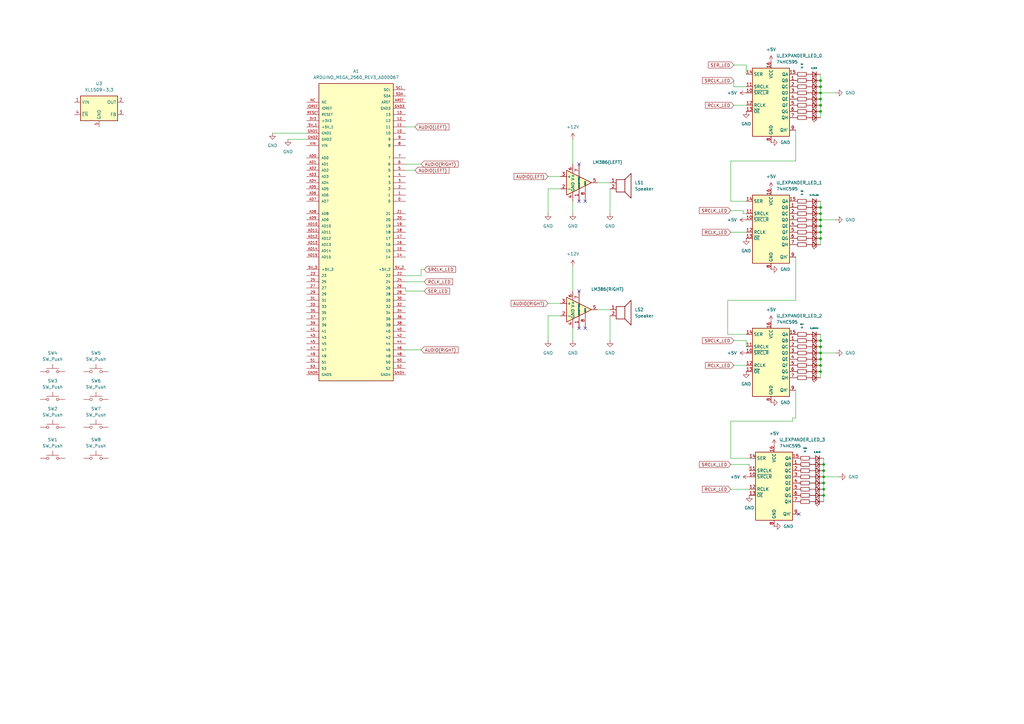
<source format=kicad_sch>
(kicad_sch (version 20250114) (generator "eeschema") (generator_version "9.0")
  (paper "A3")
  (lib_symbols
    (symbol "74xx:74HC595"
      (property "Reference" "U" (at -7.62 13.97 0))
      (property "Value" "74HC595" (at -7.62 -16.51 0))
      (symbol "74HC595_1_0"
        (pin input line (at -10.16 10.16 0) (length 2.54) (name "SER") (number "14"))
        (pin input line (at -10.16 5.08 0) (length 2.54) (name "SRCLK") (number "11"))
        (pin input line (at -10.16 2.54 0) (length 2.54) (name "~{SRCLR}") (number "10"))
        (pin input line (at -10.16 -2.54 0) (length 2.54) (name "RCLK") (number "12"))
        (pin input line (at -10.16 -5.08 0) (length 2.54) (name "~{OE}") (number "13"))
        (pin power_in line (at 0 15.24 270) (length 2.54) (name "VCC") (number "16"))
        (pin power_in line (at 0 -17.78 90) (length 2.54) (name "GND") (number "8"))
        (pin tri_state line (at 10.16 10.16 180) (length 2.54) (name "QA") (number "15"))
        (pin tri_state line (at 10.16 7.62 180) (length 2.54) (name "QB") (number "1"))
        (pin tri_state line (at 10.16 5.08 180) (length 2.54) (name "QC") (number "2"))
        (pin tri_state line (at 10.16 2.54 180) (length 2.54) (name "QD") (number "3"))
        (pin tri_state line (at 10.16 0 180) (length 2.54) (name "QE") (number "4"))
        (pin tri_state line (at 10.16 -2.54 180) (length 2.54) (name "QF") (number "5"))
        (pin tri_state line (at 10.16 -5.08 180) (length 2.54) (name "QG") (number "6"))
        (pin tri_state line (at 10.16 -7.62 180) (length 2.54) (name "QH") (number "7"))
        (pin output line (at 10.16 -12.7 180) (length 2.54) (name "QH'") (number "9"))
      )
      (symbol "74HC595_1_1"
        (rectangle (start -7.62 12.7) (end 7.62 -15.24) (stroke (width 0.254)) (fill (type background)))
      )
    )
    (symbol "ARDUINO_MEGA_2560_REV3_A000067:ARDUINO_MEGA_2560_REV3_A000067" (pin_names (offset 1.016))
      (property "Reference" "A" (at -15.24 61.595 0))
      (property "Value" "ARDUINO_MEGA_2560_REV3_A000067" (at -15.24 -63.5 0))
      (symbol "ARDUINO_MEGA_2560_REV3_A000067_0_0"
        (rectangle (start -15.24 -60.96) (end 15.24 60.96) (stroke (width 0.254)) (fill (type background)))
        (pin passive line (at -20.32 53.34 0) (length 5.08) (name "NC") (number "NC"))
        (pin passive line (at -20.32 50.8 0) (length 5.08) (name "IOREF") (number "IOREF"))
        (pin passive line (at -20.32 48.26 0) (length 5.08) (name "RESET") (number "RESET"))
        (pin passive line (at -20.32 45.72 0) (length 5.08) (name "+3V3") (number "3V3"))
        (pin passive line (at -20.32 43.18 0) (length 5.08) (name "+5V_1") (number "5V_1"))
        (pin passive line (at -20.32 40.64 0) (length 5.08) (name "GND1") (number "GND1"))
        (pin passive line (at -20.32 38.1 0) (length 5.08) (name "GND2") (number "GND2"))
        (pin passive line (at -20.32 35.56 0) (length 5.08) (name "VIN") (number "VIN"))
        (pin passive line (at -20.32 30.48 0) (length 5.08) (name "AD0") (number "AD0"))
        (pin passive line (at -20.32 27.94 0) (length 5.08) (name "AD1") (number "AD1"))
        (pin passive line (at -20.32 25.4 0) (length 5.08) (name "AD2") (number "AD2"))
        (pin passive line (at -20.32 22.86 0) (length 5.08) (name "AD3") (number "AD3"))
        (pin passive line (at -20.32 20.32 0) (length 5.08) (name "AD4") (number "AD4"))
        (pin passive line (at -20.32 17.78 0) (length 5.08) (name "AD5") (number "AD5"))
        (pin passive line (at -20.32 15.24 0) (length 5.08) (name "AD6") (number "AD6"))
        (pin passive line (at -20.32 12.7 0) (length 5.08) (name "AD7") (number "AD7"))
        (pin passive line (at -20.32 7.62 0) (length 5.08) (name "AD8") (number "AD8"))
        (pin passive line (at -20.32 5.08 0) (length 5.08) (name "AD9") (number "AD9"))
        (pin passive line (at -20.32 2.54 0) (length 5.08) (name "AD10") (number "AD10"))
        (pin passive line (at -20.32 0 0) (length 5.08) (name "AD11") (number "AD11"))
        (pin passive line (at -20.32 -2.54 0) (length 5.08) (name "AD12") (number "AD12"))
        (pin passive line (at -20.32 -5.08 0) (length 5.08) (name "AD13") (number "AD13"))
        (pin passive line (at -20.32 -7.62 0) (length 5.08) (name "AD14") (number "AD14"))
        (pin passive line (at -20.32 -10.16 0) (length 5.08) (name "AD15") (number "AD15"))
        (pin passive line (at -20.32 -15.24 0) (length 5.08) (name "+5V_3") (number "5V_3"))
        (pin passive line (at -20.32 -17.78 0) (length 5.08) (name "23") (number "23"))
        (pin passive line (at -20.32 -20.32 0) (length 5.08) (name "25") (number "25"))
        (pin passive line (at -20.32 -22.86 0) (length 5.08) (name "27") (number "27"))
        (pin passive line (at -20.32 -25.4 0) (length 5.08) (name "29") (number "29"))
        (pin passive line (at -20.32 -27.94 0) (length 5.08) (name "31") (number "31"))
        (pin passive line (at -20.32 -30.48 0) (length 5.08) (name "33") (number "33"))
        (pin passive line (at -20.32 -33.02 0) (length 5.08) (name "35") (number "35"))
        (pin passive line (at -20.32 -35.56 0) (length 5.08) (name "37") (number "37"))
        (pin passive line (at -20.32 -38.1 0) (length 5.08) (name "39") (number "39"))
        (pin passive line (at -20.32 -40.64 0) (length 5.08) (name "41") (number "41"))
        (pin passive line (at -20.32 -43.18 0) (length 5.08) (name "43") (number "43"))
        (pin passive line (at -20.32 -45.72 0) (length 5.08) (name "45") (number "45"))
        (pin passive line (at -20.32 -48.26 0) (length 5.08) (name "47") (number "47"))
        (pin passive line (at -20.32 -50.8 0) (length 5.08) (name "49") (number "49"))
        (pin passive line (at -20.32 -53.34 0) (length 5.08) (name "51") (number "51"))
        (pin passive line (at -20.32 -55.88 0) (length 5.08) (name "53") (number "53"))
        (pin passive line (at -20.32 -58.42 0) (length 5.08) (name "GND5") (number "GND5"))
        (pin passive line (at 20.32 58.42 180) (length 5.08) (name "SCL") (number "SCL"))
        (pin passive line (at 20.32 55.88 180) (length 5.08) (name "SDA") (number "SDA"))
        (pin passive line (at 20.32 53.34 180) (length 5.08) (name "AREF") (number "AREF"))
        (pin passive line (at 20.32 50.8 180) (length 5.08) (name "GND3") (number "GND3"))
        (pin passive line (at 20.32 48.26 180) (length 5.08) (name "13") (number "13"))
        (pin passive line (at 20.32 45.72 180) (length 5.08) (name "12") (number "12"))
        (pin passive line (at 20.32 43.18 180) (length 5.08) (name "11") (number "11"))
        (pin passive line (at 20.32 40.64 180) (length 5.08) (name "10") (number "10"))
        (pin passive line (at 20.32 38.1 180) (length 5.08) (name "9") (number "9"))
        (pin passive line (at 20.32 35.56 180) (length 5.08) (name "8") (number "8"))
        (pin passive line (at 20.32 30.48 180) (length 5.08) (name "7") (number "7"))
        (pin passive line (at 20.32 27.94 180) (length 5.08) (name "6") (number "6"))
        (pin passive line (at 20.32 25.4 180) (length 5.08) (name "5") (number "5"))
        (pin passive line (at 20.32 22.86 180) (length 5.08) (name "4") (number "4"))
        (pin passive line (at 20.32 20.32 180) (length 5.08) (name "3") (number "3"))
        (pin passive line (at 20.32 17.78 180) (length 5.08) (name "2") (number "2"))
        (pin passive line (at 20.32 15.24 180) (length 5.08) (name "1") (number "1"))
        (pin passive line (at 20.32 12.7 180) (length 5.08) (name "0") (number "0"))
        (pin passive line (at 20.32 7.62 180) (length 5.08) (name "21") (number "21"))
        (pin passive line (at 20.32 5.08 180) (length 5.08) (name "20") (number "20"))
        (pin passive line (at 20.32 2.54 180) (length 5.08) (name "19") (number "19"))
        (pin passive line (at 20.32 0 180) (length 5.08) (name "18") (number "18"))
        (pin passive line (at 20.32 -2.54 180) (length 5.08) (name "17") (number "17"))
        (pin passive line (at 20.32 -5.08 180) (length 5.08) (name "16") (number "16"))
        (pin passive line (at 20.32 -7.62 180) (length 5.08) (name "15") (number "15"))
        (pin passive line (at 20.32 -10.16 180) (length 5.08) (name "14") (number "14"))
        (pin passive line (at 20.32 -15.24 180) (length 5.08) (name "+5V_2") (number "5V_2"))
        (pin passive line (at 20.32 -17.78 180) (length 5.08) (name "22") (number "22"))
        (pin passive line (at 20.32 -20.32 180) (length 5.08) (name "24") (number "24"))
        (pin passive line (at 20.32 -22.86 180) (length 5.08) (name "26") (number "26"))
        (pin passive line (at 20.32 -25.4 180) (length 5.08) (name "28") (number "28"))
        (pin passive line (at 20.32 -27.94 180) (length 5.08) (name "30") (number "30"))
        (pin passive line (at 20.32 -30.48 180) (length 5.08) (name "32") (number "32"))
        (pin passive line (at 20.32 -33.02 180) (length 5.08) (name "34") (number "34"))
        (pin passive line (at 20.32 -35.56 180) (length 5.08) (name "36") (number "36"))
        (pin passive line (at 20.32 -38.1 180) (length 5.08) (name "38") (number "38"))
        (pin passive line (at 20.32 -40.64 180) (length 5.08) (name "40") (number "40"))
        (pin passive line (at 20.32 -43.18 180) (length 5.08) (name "42") (number "42"))
        (pin passive line (at 20.32 -45.72 180) (length 5.08) (name "44") (number "44"))
        (pin passive line (at 20.32 -48.26 180) (length 5.08) (name "46") (number "46"))
        (pin passive line (at 20.32 -50.8 180) (length 5.08) (name "48") (number "48"))
        (pin passive line (at 20.32 -53.34 180) (length 5.08) (name "50") (number "50"))
        (pin passive line (at 20.32 -55.88 180) (length 5.08) (name "52") (number "52"))
        (pin passive line (at 20.32 -58.42 180) (length 5.08) (name "GND4") (number "GND4"))
      )
    )
    (symbol "Amplifier_Audio:LM386" (pin_names (offset 0.127))
      (property "Reference" "U" (at 1.27 7.62 0))
      (property "Value" "LM386" (at 1.27 5.08 0))
      (symbol "LM386_0_1"
        (polyline (pts (xy 5.08 0) (xy -5.08 5.08) (xy -5.08 -5.08) (xy 5.08 0)) (stroke (width 0.254)) (fill (type background)))
      )
      (symbol "LM386_1_1"
        (pin input line (at -7.62 2.54 0) (length 2.54) (name "+") (number "3"))
        (pin input line (at -7.62 -2.54 0) (length 2.54) (name "-") (number "2"))
        (pin power_in line (at -2.54 7.62 270) (length 3.81) (name "V+") (number "6"))
        (pin power_in line (at -2.54 -7.62 90) (length 3.81) (name "GND") (number "4"))
        (pin input line (at 0 7.62 270) (length 5.08) (name "BYPASS") (number "7"))
        (pin input line (at 0 -7.62 90) (length 5.08) (name "GAIN") (number "1"))
        (pin input line (at 2.54 -7.62 90) (length 6.35) (name "GAIN") (number "8"))
        (pin output line (at 7.62 0 180) (length 2.54) (name "~") (number "5"))
      )
    )
    (symbol "Device:LED_Small" (pin_numbers (hide yes)) (pin_names (offset 0.254) (hide yes))
      (property "Reference" "D" (at -1.27 3.175 0))
      (property "Value" "LED_Small" (at -4.445 -2.54 0))
      (symbol "LED_Small_0_1"
        (polyline (pts (xy -0.762 -1.016) (xy -0.762 1.016)) (stroke (width 0.254)))
        (polyline (pts (xy 0 0.762) (xy -0.508 1.27) (xy -0.254 1.27) (xy -0.508 1.27) (xy -0.508 1.016)))
        (polyline (pts (xy 0.508 1.27) (xy 0 1.778) (xy 0.254 1.778) (xy 0 1.778) (xy 0 1.524)))
        (polyline (pts (xy 0.762 -1.016) (xy -0.762 0) (xy 0.762 1.016) (xy 0.762 -1.016)) (stroke (width 0.254)))
        (polyline (pts (xy 1.016 0) (xy -0.762 0)))
      )
      (symbol "LED_Small_1_1"
        (pin passive line (at -2.54 0 0) (length 1.778) (name "K") (number "1"))
        (pin passive line (at 2.54 0 180) (length 1.778) (name "A") (number "2"))
      )
    )
    (symbol "Device:R_Small" (pin_numbers (hide yes)) (pin_names (offset 0.254) (hide yes))
      (property "Reference" "R" (at 0 0 90))
      (property "Value" "R_Small" (at 1.778 0 90))
      (symbol "R_Small_0_1"
        (rectangle (start -0.762 1.778) (end 0.762 -1.778) (stroke (width 0.2032)))
      )
      (symbol "R_Small_1_1"
        (pin passive line (at 0 2.54 270) (length 0.762) (name "~") (number "1"))
        (pin passive line (at 0 -2.54 90) (length 0.762) (name "~") (number "2"))
      )
    )
    (symbol "Device:Speaker" (pin_names (offset 0) (hide yes))
      (property "Reference" "LS" (at 1.27 5.715 0))
      (property "Value" "Speaker" (at 1.27 3.81 0))
      (symbol "Speaker_0_0"
        (rectangle (start -2.54 1.27) (end 1.016 -3.81) (stroke (width 0.254)))
        (polyline (pts (xy 1.016 1.27) (xy 3.556 3.81) (xy 3.556 -6.35) (xy 1.016 -3.81)) (stroke (width 0.254)))
      )
      (symbol "Speaker_1_1"
        (pin input line (at -5.08 0 0) (length 2.54) (name "1") (number "1"))
        (pin input line (at -5.08 -2.54 0) (length 2.54) (name "2") (number "2"))
      )
    )
    (symbol "Regulator_Switching:XL1509-3.3"
      (property "Reference" "U" (at -7.112 6.096 0))
      (property "Value" "XL1509-3.3" (at 5.842 6.096 0))
      (symbol "XL1509-3.3_0_1"
        (rectangle (start -7.62 5.08) (end 7.62 -5.08) (stroke (width 0.254)) (fill (type background)))
      )
      (symbol "XL1509-3.3_1_1"
        (pin power_in line (at -10.16 2.54 0) (length 2.54) (name "VIN") (number "1"))
        (pin input line (at -10.16 -2.54 0) (length 2.54) (name "~{EN}") (number "4"))
        (pin power_in line (at 0 -7.62 90) (length 2.54) (name "GND") (number "5"))
        (pin passive line (at 0 -7.62 90) (length 2.54) (hide yes) (name "GND") (number "6"))
        (pin passive line (at 0 -7.62 90) (length 2.54) (hide yes) (name "GND") (number "7"))
        (pin passive line (at 0 -7.62 90) (length 2.54) (hide yes) (name "GND") (number "8"))
        (pin power_out line (at 10.16 2.54 180) (length 2.54) (name "OUT") (number "2"))
        (pin input line (at 10.16 -2.54 180) (length 2.54) (name "FB") (number "3"))
      )
    )
    (symbol "Switch:SW_Push" (pin_numbers (hide yes)) (pin_names (offset 1.016) (hide yes))
      (property "Reference" "SW" (at 1.27 2.54 0))
      (property "Value" "SW_Push" (at 0 -1.524 0))
      (symbol "SW_Push_0_1"
        (circle (center -2.032 0) (radius 0.508))
        (polyline (pts (xy 0 1.27) (xy 0 3.048)))
        (circle (center 2.032 0) (radius 0.508))
        (polyline (pts (xy 2.54 1.27) (xy -2.54 1.27)))
        (pin passive line (at -5.08 0 0) (length 2.54) (name "1") (number "1"))
        (pin passive line (at 5.08 0 180) (length 2.54) (name "2") (number "2"))
      )
    )
    (symbol "power:+12V" (power) (pin_numbers (hide yes)) (pin_names (offset 0) (hide yes))
      (property "Value" "+12V" (at 0 3.556 0))
      (symbol "+12V_0_1"
        (polyline (pts (xy -0.762 1.27) (xy 0 2.54)))
        (polyline (pts (xy 0 2.54) (xy 0.762 1.27)))
        (polyline (pts (xy 0 0) (xy 0 2.54)))
      )
      (symbol "+12V_1_1"
        (pin power_in line (at 0 0 90) (length 0) (name "~") (number "1"))
      )
    )
    (symbol "power:+5V" (power) (pin_numbers (hide yes)) (pin_names (offset 0) (hide yes))
      (property "Value" "+5V" (at 0 3.556 0))
      (symbol "+5V_0_1"
        (polyline (pts (xy -0.762 1.27) (xy 0 2.54)))
        (polyline (pts (xy 0 2.54) (xy 0.762 1.27)))
        (polyline (pts (xy 0 0) (xy 0 2.54)))
      )
      (symbol "+5V_1_1"
        (pin power_in line (at 0 0 90) (length 0) (name "~") (number "1"))
      )
    )
    (symbol "power:GND" (power) (pin_numbers (hide yes)) (pin_names (offset 0) (hide yes))
      (property "Value" "GND" (at 0 -3.81 0))
      (symbol "GND_0_1"
        (polyline (pts (xy 0 0) (xy 0 -1.27) (xy 1.27 -1.27) (xy 0 -2.54) (xy -1.27 -1.27) (xy 0 -1.27)))
      )
      (symbol "GND_1_1"
        (pin power_in line (at 0 0 270) (length 0) (name "~") (number "1"))
      )
    )
  )
  (junction (at 336.55 90.17))
  (junction (at 337.82 198.12))
  (junction (at 336.55 152.4))
  (junction (at 336.55 85.09))
  (junction (at 336.55 40.64))
  (junction (at 337.82 203.2))
  (junction (at 337.82 193.04))
  (junction (at 336.55 142.24))
  (junction (at 337.82 190.5))
  (junction (at 336.55 147.32))
  (junction (at 337.82 195.58))
  (junction (at 336.55 87.63))
  (junction (at 336.55 38.1))
  (junction (at 336.55 144.78))
  (junction (at 336.55 45.72))
  (junction (at 336.55 33.02))
  (junction (at 336.55 92.71))
  (junction (at 337.82 200.66))
  (junction (at 336.55 139.7))
  (junction (at 336.55 149.86))
  (junction (at 336.55 95.25))
  (junction (at 336.55 43.18))
  (junction (at 336.55 97.79))
  (junction (at 336.55 35.56))
  (no_connect (at 327.66 210.82))
  (no_connect (at 240.03 134.62))
  (no_connect (at 237.49 67.31))
  (no_connect (at 240.03 82.55))
  (no_connect (at 237.49 134.62))
  (no_connect (at 237.49 82.55))
  (no_connect (at 237.49 119.38))
  (wire (pts (xy 326.39 66.04) (xy 299.72 66.04)))
  (wire (pts (xy 336.55 40.64) (xy 336.55 43.18)))
  (wire (pts (xy 336.55 35.56) (xy 336.55 38.1)))
  (wire (pts (xy 325.12 171.45) (xy 326.39 171.45)))
  (wire (pts (xy 326.39 171.45) (xy 326.39 160.02)))
  (wire (pts (xy 245.11 74.93) (xy 250.19 74.93)))
  (wire (pts (xy 229.87 77.47) (xy 224.79 77.47)))
  (wire (pts (xy 298.45 137.16) (xy 306.07 137.16)))
  (wire (pts (xy 336.55 152.4) (xy 336.55 154.94)))
  (wire (pts (xy 336.55 82.55) (xy 336.55 85.09)))
  (wire (pts (xy 245.11 127) (xy 250.19 127)))
  (wire (pts (xy 111.76 54.61) (xy 125.73 54.61)))
  (wire (pts (xy 337.82 198.12) (xy 337.82 200.66)))
  (wire (pts (xy 336.55 45.72) (xy 336.55 48.26)))
  (wire (pts (xy 166.37 67.31) (xy 172.72 67.31)))
  (wire (pts (xy 300.99 43.18) (xy 306.07 43.18)))
  (wire (pts (xy 300.99 149.86) (xy 306.07 149.86)))
  (wire (pts (xy 326.39 105.41) (xy 326.39 123.19)))
  (wire (pts (xy 118.11 57.15) (xy 125.73 57.15)))
  (wire (pts (xy 172.72 113.03) (xy 166.37 113.03)))
  (wire (pts (xy 166.37 143.51) (xy 172.72 143.51)))
  (wire (pts (xy 299.72 190.5) (xy 307.34 190.5)))
  (wire (pts (xy 298.45 123.19) (xy 298.45 137.16)))
  (wire (pts (xy 337.82 203.2) (xy 337.82 205.74)))
  (wire (pts (xy 304.8 86.36) (xy 304.8 87.63)))
  (wire (pts (xy 304.8 87.63) (xy 306.07 87.63)))
  (wire (pts (xy 336.55 33.02) (xy 336.55 35.56)))
  (wire (pts (xy 300.99 26.67) (xy 306.07 26.67)))
  (wire (pts (xy 306.07 139.7) (xy 306.07 142.24)))
  (wire (pts (xy 337.82 187.96) (xy 337.82 190.5)))
  (wire (pts (xy 336.55 85.09) (xy 336.55 87.63)))
  (wire (pts (xy 173.99 110.49) (xy 172.72 110.49)))
  (wire (pts (xy 336.55 92.71) (xy 336.55 95.25)))
  (wire (pts (xy 336.55 144.78) (xy 336.55 147.32)))
  (wire (pts (xy 300.99 139.7) (xy 306.07 139.7)))
  (wire (pts (xy 234.95 57.15) (xy 234.95 67.31)))
  (wire (pts (xy 336.55 38.1) (xy 336.55 40.64)))
  (wire (pts (xy 307.34 190.5) (xy 307.34 193.04)))
  (wire (pts (xy 234.95 134.62) (xy 234.95 139.7)))
  (wire (pts (xy 336.55 38.1) (xy 342.9 38.1)))
  (wire (pts (xy 336.55 90.17) (xy 342.9 90.17)))
  (wire (pts (xy 299.72 66.04) (xy 299.72 82.55)))
  (wire (pts (xy 326.39 53.34) (xy 326.39 66.04)))
  (wire (pts (xy 234.95 82.55) (xy 234.95 87.63)))
  (wire (pts (xy 306.07 26.67) (xy 306.07 30.48)))
  (wire (pts (xy 336.55 90.17) (xy 336.55 92.71)))
  (wire (pts (xy 336.55 147.32) (xy 336.55 149.86)))
  (wire (pts (xy 336.55 43.18) (xy 336.55 45.72)))
  (wire (pts (xy 336.55 142.24) (xy 336.55 144.78)))
  (wire (pts (xy 224.79 129.54) (xy 224.79 139.7)))
  (wire (pts (xy 337.82 200.66) (xy 337.82 203.2)))
  (wire (pts (xy 299.72 86.36) (xy 304.8 86.36)))
  (wire (pts (xy 250.19 129.54) (xy 250.19 139.7)))
  (wire (pts (xy 326.39 123.19) (xy 298.45 123.19)))
  (wire (pts (xy 336.55 95.25) (xy 336.55 97.79)))
  (wire (pts (xy 172.72 110.49) (xy 172.72 113.03)))
  (wire (pts (xy 173.99 115.57) (xy 166.37 115.57)))
  (wire (pts (xy 166.37 69.85) (xy 170.18 69.85)))
  (wire (pts (xy 250.19 77.47) (xy 250.19 87.63)))
  (wire (pts (xy 325.12 171.45) (xy 325.12 172.72)))
  (wire (pts (xy 229.87 129.54) (xy 224.79 129.54)))
  (wire (pts (xy 336.55 139.7) (xy 336.55 142.24)))
  (wire (pts (xy 299.72 82.55) (xy 306.07 82.55)))
  (wire (pts (xy 224.79 124.46) (xy 229.87 124.46)))
  (wire (pts (xy 299.72 200.66) (xy 307.34 200.66)))
  (wire (pts (xy 336.55 144.78) (xy 342.9 144.78)))
  (wire (pts (xy 336.55 30.48) (xy 336.55 33.02)))
  (wire (pts (xy 337.82 193.04) (xy 337.82 195.58)))
  (wire (pts (xy 337.82 195.58) (xy 344.17 195.58)))
  (wire (pts (xy 299.72 187.96) (xy 307.34 187.96)))
  (wire (pts (xy 234.95 109.22) (xy 234.95 119.38)))
  (wire (pts (xy 166.37 119.38) (xy 166.37 118.11)))
  (wire (pts (xy 299.72 172.72) (xy 299.72 187.96)))
  (wire (pts (xy 300.99 35.56) (xy 306.07 35.56)))
  (wire (pts (xy 337.82 190.5) (xy 337.82 193.04)))
  (wire (pts (xy 336.55 137.16) (xy 336.55 139.7)))
  (wire (pts (xy 166.37 52.07) (xy 170.18 52.07)))
  (wire (pts (xy 337.82 195.58) (xy 337.82 198.12)))
  (wire (pts (xy 299.72 95.25) (xy 306.07 95.25)))
  (wire (pts (xy 224.79 77.47) (xy 224.79 87.63)))
  (wire (pts (xy 336.55 97.79) (xy 336.55 100.33)))
  (wire (pts (xy 300.99 33.02) (xy 300.99 35.56)))
  (wire (pts (xy 224.79 72.39) (xy 229.87 72.39)))
  (wire (pts (xy 173.99 119.38) (xy 166.37 119.38)))
  (wire (pts (xy 336.55 149.86) (xy 336.55 152.4)))
  (wire (pts (xy 336.55 87.63) (xy 336.55 90.17)))
  (wire (pts (xy 325.12 172.72) (xy 299.72 172.72)))
  (global_label "SRCLK_LED" (shape input) (at 300.99 139.7 180) (property "Intersheetrefs" "${INTERSHEET_REFS}" (effects (hide yes))))
  (global_label "AUDIO(RIGHT)" (shape input) (at 172.72 67.31 0) (property "Intersheetrefs" "${INTERSHEET_REFS}" (effects (hide yes))))
  (global_label "AUDIO(RIGHT)" (shape input) (at 172.72 143.51 0) (property "Intersheetrefs" "${INTERSHEET_REFS}" (effects (hide yes))))
  (global_label "SER_LED" (shape input) (at 300.99 26.67 180) (property "Intersheetrefs" "${INTERSHEET_REFS}" (effects (hide yes))))
  (global_label "AUDIO(LEFT)" (shape input) (at 170.18 52.07 0) (property "Intersheetrefs" "${INTERSHEET_REFS}" (effects (hide yes))))
  (global_label "RCLK_LED" (shape input) (at 300.99 43.18 180) (property "Intersheetrefs" "${INTERSHEET_REFS}" (effects (hide yes))))
  (global_label "SRCLK_LED" (shape input) (at 173.99 110.49 0) (property "Intersheetrefs" "${INTERSHEET_REFS}" (effects (hide yes))))
  (global_label "AUDIO(LEFT)" (shape input) (at 224.79 72.39 180) (property "Intersheetrefs" "${INTERSHEET_REFS}" (effects (hide yes))))
  (global_label "RCLK_LED" (shape input) (at 299.72 200.66 180) (property "Intersheetrefs" "${INTERSHEET_REFS}" (effects (hide yes))))
  (global_label "SRCLK_LED" (shape input) (at 299.72 86.36 180) (property "Intersheetrefs" "${INTERSHEET_REFS}" (effects (hide yes))))
  (global_label "SER_LED" (shape input) (at 173.99 119.38 0) (property "Intersheetrefs" "${INTERSHEET_REFS}" (effects (hide yes))))
  (global_label "SRCLK_LED" (shape input) (at 299.72 190.5 180) (property "Intersheetrefs" "${INTERSHEET_REFS}" (effects (hide yes))))
  (global_label "SRCLK_LED" (shape input) (at 300.99 33.02 180) (property "Intersheetrefs" "${INTERSHEET_REFS}" (effects (hide yes))))
  (global_label "RCLK_LED" (shape input) (at 173.99 115.57 0) (property "Intersheetrefs" "${INTERSHEET_REFS}" (effects (hide yes))))
  (global_label "AUDIO(LEFT)" (shape input) (at 170.18 69.85 0) (property "Intersheetrefs" "${INTERSHEET_REFS}" (effects (hide yes))))
  (global_label "RCLK_LED" (shape input) (at 299.72 95.25 180) (property "Intersheetrefs" "${INTERSHEET_REFS}" (effects (hide yes))))
  (global_label "AUDIO(RIGHT)" (shape input) (at 224.79 124.46 180) (property "Intersheetrefs" "${INTERSHEET_REFS}" (effects (hide yes))))
  (global_label "RCLK_LED" (shape input) (at 300.99 149.86 180) (property "Intersheetrefs" "${INTERSHEET_REFS}" (effects (hide yes))))
  (symbol (lib_id "power:GND") (at 317.5 215.9 90) (unit 1)
    (property "Reference" "#PWR015" (effects (hide yes)))
    (property "Value" "GND" (at 321.31 215.8999 90) (effects (justify right)))
    (property "Description" "Power symbol creates a global label with name \"GND\" , ground" (effects (hide yes)))
  )
  (symbol (lib_id "Device:LED_Small") (at 334.01 45.72 180) (unit 1)
    (property "Reference" "D_RED6" (effects (hide yes)))
    (property "Value" "LED_Small" (effects (hide yes)))
    (property "Description" "Light emitting diode, small symbol" (effects (hide yes)))
    (property "Sim.Pin" "1=K 2=A" (effects (hide yes)))
  )
  (symbol (lib_id "Device:R_Small") (at 328.93 149.86 90) (unit 1)
    (property "Reference" "R22" (effects (hide yes)))
    (property "Value" "1K" (effects (hide yes)))
    (property "Description" "Resistor, small symbol" (effects (hide yes)))
  )
  (symbol (lib_id "Device:R_Small") (at 328.93 85.09 90) (unit 1)
    (property "Reference" "R10" (effects (hide yes)))
    (property "Value" "1K" (effects (hide yes)))
    (property "Description" "Resistor, small symbol" (effects (hide yes)))
  )
  (symbol (lib_id "power:GND") (at 342.9 90.17 90) (unit 1)
    (property "Reference" "#PWR012" (effects (hide yes)))
    (property "Value" "GND" (at 346.71 90.1699 90) (effects (justify right)))
    (property "Description" "Power symbol creates a global label with name \"GND\" , ground" (effects (hide yes)))
  )
  (symbol (lib_id "74xx:74HC595") (at 316.23 40.64 0) (unit 1)
    (property "Reference" "U_EXPANDER_LED_0" (at 318.3733 22.86 0) (effects (justify left)))
    (property "Value" "74HC595" (at 318.3733 25.4 0) (effects (justify left)))
    (property "Datasheet" "http://www.ti.com/lit/ds/symlink/sn74hc595.pdf" (effects (hide yes)))
    (property "Description" "8-bit serial in/out Shift Register 3-State Outputs" (effects (hide yes)))
  )
  (symbol (lib_id "Device:R_Small") (at 328.93 43.18 90) (unit 1)
    (property "Reference" "R6" (effects (hide yes)))
    (property "Value" "1K" (effects (hide yes)))
    (property "Description" "Resistor, small symbol" (effects (hide yes)))
  )
  (symbol (lib_id "Device:R_Small") (at 328.93 154.94 90) (unit 1)
    (property "Reference" "R24" (effects (hide yes)))
    (property "Value" "1K" (effects (hide yes)))
    (property "Description" "Resistor, small symbol" (effects (hide yes)))
  )
  (symbol (lib_id "Device:LED_Small") (at 334.01 147.32 180) (unit 1)
    (property "Reference" "D_GREEN4" (effects (hide yes)))
    (property "Value" "LED_Small" (effects (hide yes)))
    (property "Description" "Light emitting diode, small symbol" (effects (hide yes)))
    (property "Sim.Pin" "1=K 2=A" (effects (hide yes)))
  )
  (symbol (lib_id "Switch:SW_Push") (at 21.59 175.26 0) (unit 1)
    (property "Reference" "SW2" (at 21.59 167.64 0))
    (property "Value" "SW_Push" (at 21.59 170.18 0))
    (property "Description" "Push button switch, generic, two pins" (effects (hide yes)))
  )
  (symbol (lib_id "Amplifier_Audio:LM386") (at 237.49 127 0) (unit 1)
    (property "Reference" "U2" (effects (hide yes)))
    (property "Value" "LM386(RIGHT)" (at 249.174 118.618 0))
    (property "Datasheet" "http://www.ti.com/lit/ds/symlink/lm386.pdf" (effects (hide yes)))
    (property "Description" "Low Voltage Audio Power Amplifier, DIP-8/SOIC-8/SSOP-8" (effects (hide yes)))
  )
  (symbol (lib_id "Device:R_Small") (at 328.93 97.79 90) (unit 1)
    (property "Reference" "R15" (effects (hide yes)))
    (property "Value" "1K" (effects (hide yes)))
    (property "Description" "Resistor, small symbol" (effects (hide yes)))
  )
  (symbol (lib_id "Switch:SW_Push") (at 39.37 163.83 0) (unit 1)
    (property "Reference" "SW6" (at 39.37 156.21 0))
    (property "Value" "SW_Push" (at 39.37 158.75 0))
    (property "Description" "Push button switch, generic, two pins" (effects (hide yes)))
  )
  (symbol (lib_id "Device:LED_Small") (at 335.28 195.58 180) (unit 1)
    (property "Reference" "D_BLUE3" (effects (hide yes)))
    (property "Value" "LED_Small" (effects (hide yes)))
    (property "Description" "Light emitting diode, small symbol" (effects (hide yes)))
    (property "Sim.Pin" "1=K 2=A" (effects (hide yes)))
  )
  (symbol (lib_id "power:GND") (at 224.79 87.63 0) (unit 1)
    (property "Reference" "#PWR02" (effects (hide yes)))
    (property "Value" "GND" (at 224.79 92.71 0))
    (property "Description" "Power symbol creates a global label with name \"GND\" , ground" (effects (hide yes)))
  )
  (symbol (lib_id "power:GND") (at 118.11 57.15 0) (unit 1)
    (property "Reference" "#PWR010" (effects (hide yes)))
    (property "Value" "GND" (at 118.11 62.23 0))
    (property "Description" "Power symbol creates a global label with name \"GND\" , ground" (effects (hide yes)))
  )
  (symbol (lib_id "Device:R_Small") (at 328.93 82.55 90) (unit 1)
    (property "Reference" "R9" (at 328.93 78.74 90) (effects (font (size 0.508 0.508)) (justify top)))
    (property "Value" "1K" (at 328.93 80.01 90) (effects (font (size 0.508 0.508)) (justify top)))
    (property "Description" "Resistor, small symbol" (effects (hide yes)))
  )
  (symbol (lib_id "power:+12V") (at 234.95 57.15 0) (unit 1)
    (property "Reference" "#PWR04" (effects (hide yes)))
    (property "Value" "+12V" (at 234.95 52.07 0))
    (property "Description" "Power symbol creates a global label with name \"+12V\"" (effects (hide yes)))
  )
  (symbol (lib_id "Device:LED_Small") (at 334.01 152.4 180) (unit 1)
    (property "Reference" "D_GREEN6" (effects (hide yes)))
    (property "Value" "LED_Small" (effects (hide yes)))
    (property "Description" "Light emitting diode, small symbol" (effects (hide yes)))
    (property "Sim.Pin" "1=K 2=A" (effects (hide yes)))
  )
  (symbol (lib_id "power:+5V") (at 316.23 77.47 0) (unit 1)
    (property "Reference" "#PWR024" (effects (hide yes)))
    (property "Value" "+5V" (at 316.23 72.39 0))
    (property "Description" "Power symbol creates a global label with name \"+5V\"" (effects (hide yes)))
  )
  (symbol (lib_id "power:+5V") (at 317.5 182.88 0) (unit 1)
    (property "Reference" "#PWR026" (effects (hide yes)))
    (property "Value" "+5V" (at 317.5 177.8 0))
    (property "Description" "Power symbol creates a global label with name \"+5V\"" (effects (hide yes)))
  )
  (symbol (lib_id "power:+5V") (at 306.07 38.1 90) (unit 1)
    (property "Reference" "#PWR029" (effects (hide yes)))
    (property "Value" "+5V" (at 302.26 38.0999 90) (effects (justify left)))
    (property "Description" "Power symbol creates a global label with name \"+5V\"" (effects (hide yes)))
  )
  (symbol (lib_id "power:+5V") (at 306.07 144.78 90) (unit 1)
    (property "Reference" "#PWR027" (effects (hide yes)))
    (property "Value" "+5V" (at 302.26 144.7799 90) (effects (justify left)))
    (property "Description" "Power symbol creates a global label with name \"+5V\"" (effects (hide yes)))
  )
  (symbol (lib_id "Device:LED_Small") (at 335.28 190.5 180) (unit 1)
    (property "Reference" "D_BLUE1" (effects (hide yes)))
    (property "Value" "LED_Small" (effects (hide yes)))
    (property "Description" "Light emitting diode, small symbol" (effects (hide yes)))
    (property "Sim.Pin" "1=K 2=A" (effects (hide yes)))
  )
  (symbol (lib_id "power:GND") (at 316.23 58.42 90) (unit 1)
    (property "Reference" "#PWR018" (effects (hide yes)))
    (property "Value" "GND" (at 320.04 58.4199 90) (effects (justify right)))
    (property "Description" "Power symbol creates a global label with name \"GND\" , ground" (effects (hide yes)))
  )
  (symbol (lib_id "power:GND") (at 250.19 139.7 0) (unit 1)
    (property "Reference" "#PWR08" (effects (hide yes)))
    (property "Value" "GND" (at 250.19 144.78 0))
    (property "Description" "Power symbol creates a global label with name \"GND\" , ground" (effects (hide yes)))
  )
  (symbol (lib_id "Device:Speaker") (at 255.27 127 0) (unit 1)
    (property "Reference" "LS2" (at 260.35 126.9999 0) (effects (justify left)))
    (property "Value" "Speaker" (at 260.35 129.5399 0) (effects (justify left)))
    (property "Description" "Speaker" (effects (hide yes)))
  )
  (symbol (lib_id "Device:R_Small") (at 328.93 147.32 90) (unit 1)
    (property "Reference" "R21" (effects (hide yes)))
    (property "Value" "1K" (effects (hide yes)))
    (property "Description" "Resistor, small symbol" (effects (hide yes)))
  )
  (symbol (lib_id "Device:LED_Small") (at 335.28 203.2 180) (unit 1)
    (property "Reference" "D_BLUE6" (effects (hide yes)))
    (property "Value" "LED_Small" (effects (hide yes)))
    (property "Description" "Light emitting diode, small symbol" (effects (hide yes)))
    (property "Sim.Pin" "1=K 2=A" (effects (hide yes)))
  )
  (symbol (lib_id "power:GND") (at 250.19 87.63 0) (unit 1)
    (property "Reference" "#PWR01" (effects (hide yes)))
    (property "Value" "GND" (at 250.19 92.71 0))
    (property "Description" "Power symbol creates a global label with name \"GND\" , ground" (effects (hide yes)))
  )
  (symbol (lib_id "Device:LED_Small") (at 335.28 198.12 180) (unit 1)
    (property "Reference" "D_BLUE4" (effects (hide yes)))
    (property "Value" "LED_Small" (effects (hide yes)))
    (property "Description" "Light emitting diode, small symbol" (effects (hide yes)))
    (property "Sim.Pin" "1=K 2=A" (effects (hide yes)))
  )
  (symbol (lib_id "Device:LED_Small") (at 334.01 40.64 180) (unit 1)
    (property "Reference" "D_RED4" (effects (hide yes)))
    (property "Value" "LED_Small" (effects (hide yes)))
    (property "Description" "Light emitting diode, small symbol" (effects (hide yes)))
    (property "Sim.Pin" "1=K 2=A" (effects (hide yes)))
  )
  (symbol (lib_id "power:+5V") (at 316.23 25.4 0) (unit 1)
    (property "Reference" "#PWR023" (effects (hide yes)))
    (property "Value" "+5V" (at 316.23 20.32 0))
    (property "Description" "Power symbol creates a global label with name \"+5V\"" (effects (hide yes)))
  )
  (symbol (lib_id "Device:R_Small") (at 328.93 35.56 90) (unit 1)
    (property "Reference" "R3" (effects (hide yes)))
    (property "Value" "1K" (effects (hide yes)))
    (property "Description" "Resistor, small symbol" (effects (hide yes)))
  )
  (symbol (lib_id "Switch:SW_Push") (at 21.59 163.83 0) (unit 1)
    (property "Reference" "SW3" (at 21.59 156.21 0))
    (property "Value" "SW_Push" (at 21.59 158.75 0))
    (property "Description" "Push button switch, generic, two pins" (effects (hide yes)))
  )
  (symbol (lib_id "Device:LED_Small") (at 334.01 30.48 180) (unit 1)
    (property "Reference" "D_RED" (at 333.9465 27.94 0) (effects (font (size 0.508 0.508))))
    (property "Value" "LED_Small" (effects (hide yes)))
    (property "Description" "Light emitting diode, small symbol" (effects (hide yes)))
    (property "Sim.Pin" "1=K 2=A" (effects (hide yes)))
  )
  (symbol (lib_id "power:+12V") (at 234.95 109.22 0) (unit 1)
    (property "Reference" "#PWR06" (effects (hide yes)))
    (property "Value" "+12V" (at 234.95 104.14 0))
    (property "Description" "Power symbol creates a global label with name \"+12V\"" (effects (hide yes)))
  )
  (symbol (lib_id "Device:LED_Small") (at 334.01 35.56 180) (unit 1)
    (property "Reference" "D_RED2" (effects (hide yes)))
    (property "Value" "LED_Small" (effects (hide yes)))
    (property "Description" "Light emitting diode, small symbol" (effects (hide yes)))
    (property "Sim.Pin" "1=K 2=A" (effects (hide yes)))
  )
  (symbol (lib_id "Device:LED_Small") (at 334.01 92.71 180) (unit 1)
    (property "Reference" "D_YELLOW4" (effects (hide yes)))
    (property "Value" "LED_Small" (effects (hide yes)))
    (property "Description" "Light emitting diode, small symbol" (effects (hide yes)))
    (property "Sim.Pin" "1=K 2=A" (effects (hide yes)))
  )
  (symbol (lib_id "power:GND") (at 234.95 139.7 0) (unit 1)
    (property "Reference" "#PWR07" (effects (hide yes)))
    (property "Value" "GND" (at 234.95 144.78 0))
    (property "Description" "Power symbol creates a global label with name \"GND\" , ground" (effects (hide yes)))
  )
  (symbol (lib_id "ARDUINO_MEGA_2560_REV3_A000067:ARDUINO_MEGA_2560_REV3_A000067") (at 146.05 95.25 0) (unit 1)
    (property "Reference" "A1" (at 146.05 29.21 0))
    (property "Value" "ARDUINO_MEGA_2560_REV3_A000067" (at 146.05 31.75 0))
    (property "Footprint" "ARDUINO_MEGA_2560_REV3_A000067:ARDUINO_ARDUINO_MEGA_2560_REV3_A000067" (effects (hide yes)))
    (property "MF" "Arduino" (effects (hide yes)))
    (property "Description_1" "ATmega2560 Arduino Mega2560 AVR® ATmega AVR MCU 8-Bit Embedded Evaluation Board" (effects (hide yes)))
    (property "Package" "Non-Standard Arduino" (effects (hide yes)))
    (property "Price" "None" (effects (hide yes)))
    (property "Check_prices" "https://www.snapeda.com/parts/ARDUINO%20MEGA%202560%20REV3%20%7C%20A000067/Arduino/view-part/?ref=eda" (effects (hide yes)))
    (property "STANDARD" "Manufacturer Recommendations" (effects (hide yes)))
    (property "PARTREV" "3" (effects (hide yes)))
    (property "SnapEDA_Link" "https://www.snapeda.com/parts/ARDUINO%20MEGA%202560%20REV3%20%7C%20A000067/Arduino/view-part/?ref=snap" (effects (hide yes)))
    (property "MP" "ARDUINO MEGA 2560 REV3 | A000067" (effects (hide yes)))
    (property "MANUFACTURER" "Arduino" (effects (hide yes)))
    (property "Availability" "Not in stock" (effects (hide yes)))
    (property "SNAPEDA_PN" "ARDUINO MEGA 2560 REV3 | A000067" (effects (hide yes)))
  )
  (symbol (lib_id "Device:LED_Small") (at 334.01 43.18 180) (unit 1)
    (property "Reference" "D_RED5" (effects (hide yes)))
    (property "Value" "LED_Small" (effects (hide yes)))
    (property "Description" "Light emitting diode, small symbol" (effects (hide yes)))
    (property "Sim.Pin" "1=K 2=A" (effects (hide yes)))
  )
  (symbol (lib_id "Device:R_Small") (at 328.93 142.24 90) (unit 1)
    (property "Reference" "R19" (effects (hide yes)))
    (property "Value" "1K" (effects (hide yes)))
    (property "Description" "Resistor, small symbol" (effects (hide yes)))
  )
  (symbol (lib_id "Device:LED_Small") (at 334.01 95.25 180) (unit 1)
    (property "Reference" "D_YELLOW5" (effects (hide yes)))
    (property "Value" "LED_Small" (effects (hide yes)))
    (property "Description" "Light emitting diode, small symbol" (effects (hide yes)))
    (property "Sim.Pin" "1=K 2=A" (effects (hide yes)))
  )
  (symbol (lib_id "Device:R_Small") (at 328.93 33.02 90) (unit 1)
    (property "Reference" "R2" (effects (hide yes)))
    (property "Value" "1K" (effects (hide yes)))
    (property "Description" "Resistor, small symbol" (effects (hide yes)))
  )
  (symbol (lib_id "Device:R_Small") (at 330.2 205.74 90) (unit 1)
    (property "Reference" "R32" (effects (hide yes)))
    (property "Value" "1K" (effects (hide yes)))
    (property "Description" "Resistor, small symbol" (effects (hide yes)))
  )
  (symbol (lib_id "power:GND") (at 306.07 152.4 0) (unit 1)
    (property "Reference" "#PWR021" (effects (hide yes)))
    (property "Value" "GND" (at 306.07 157.48 0))
    (property "Description" "Power symbol creates a global label with name \"GND\" , ground" (effects (hide yes)))
  )
  (symbol (lib_id "Switch:SW_Push") (at 39.37 175.26 0) (unit 1)
    (property "Reference" "SW7" (at 39.37 167.64 0))
    (property "Value" "SW_Push" (at 39.37 170.18 0))
    (property "Description" "Push button switch, generic, two pins" (effects (hide yes)))
  )
  (symbol (lib_id "Switch:SW_Push") (at 39.37 187.96 0) (unit 1)
    (property "Reference" "SW8" (at 39.37 180.34 0))
    (property "Value" "SW_Push" (at 39.37 182.88 0))
    (property "Description" "Push button switch, generic, two pins" (effects (hide yes)))
  )
  (symbol (lib_id "power:GND") (at 306.07 97.79 0) (unit 1)
    (property "Reference" "#PWR020" (effects (hide yes)))
    (property "Value" "GND" (at 306.07 102.87 0))
    (property "Description" "Power symbol creates a global label with name \"GND\" , ground" (effects (hide yes)))
  )
  (symbol (lib_id "Device:R_Small") (at 330.2 195.58 90) (unit 1)
    (property "Reference" "R28" (effects (hide yes)))
    (property "Value" "1K" (effects (hide yes)))
    (property "Description" "Resistor, small symbol" (effects (hide yes)))
  )
  (symbol (lib_id "power:GND") (at 224.79 139.7 0) (unit 1)
    (property "Reference" "#PWR05" (effects (hide yes)))
    (property "Value" "GND" (at 224.79 144.78 0))
    (property "Description" "Power symbol creates a global label with name \"GND\" , ground" (effects (hide yes)))
  )
  (symbol (lib_id "Device:R_Small") (at 328.93 45.72 90) (unit 1)
    (property "Reference" "R7" (effects (hide yes)))
    (property "Value" "1K" (effects (hide yes)))
    (property "Description" "Resistor, small symbol" (effects (hide yes)))
  )
  (symbol (lib_id "Device:R_Small") (at 328.93 100.33 90) (unit 1)
    (property "Reference" "R16" (effects (hide yes)))
    (property "Value" "1K" (effects (hide yes)))
    (property "Description" "Resistor, small symbol" (effects (hide yes)))
  )
  (symbol (lib_id "74xx:74HC595") (at 316.23 92.71 0) (unit 1)
    (property "Reference" "U_EXPANDER_LED_1" (at 318.3733 74.93 0) (effects (justify left)))
    (property "Value" "74HC595" (at 318.3733 77.47 0) (effects (justify left)))
    (property "Datasheet" "http://www.ti.com/lit/ds/symlink/sn74hc595.pdf" (effects (hide yes)))
    (property "Description" "8-bit serial in/out Shift Register 3-State Outputs" (effects (hide yes)))
  )
  (symbol (lib_id "74xx:74HC595") (at 316.23 147.32 0) (unit 1)
    (property "Reference" "U_EXPANDER_LED_2" (at 318.3733 129.54 0) (effects (justify left)))
    (property "Value" "74HC595" (at 318.3733 132.08 0) (effects (justify left)))
    (property "Datasheet" "http://www.ti.com/lit/ds/symlink/sn74hc595.pdf" (effects (hide yes)))
    (property "Description" "8-bit serial in/out Shift Register 3-State Outputs" (effects (hide yes)))
  )
  (symbol (lib_id "Device:R_Small") (at 328.93 92.71 90) (unit 1)
    (property "Reference" "R13" (effects (hide yes)))
    (property "Value" "1K" (effects (hide yes)))
    (property "Description" "Resistor, small symbol" (effects (hide yes)))
  )
  (symbol (lib_id "power:GND") (at 344.17 195.58 90) (unit 1)
    (property "Reference" "#PWR014" (effects (hide yes)))
    (property "Value" "GND" (at 347.98 195.5799 90) (effects (justify right)))
    (property "Description" "Power symbol creates a global label with name \"GND\" , ground" (effects (hide yes)))
  )
  (symbol (lib_id "power:GND") (at 306.07 45.72 0) (unit 1)
    (property "Reference" "#PWR019" (effects (hide yes)))
    (property "Value" "GND" (at 306.07 50.8 0))
    (property "Description" "Power symbol creates a global label with name \"GND\" , ground" (effects (hide yes)))
  )
  (symbol (lib_id "Device:R_Small") (at 328.93 40.64 90) (unit 1)
    (property "Reference" "R5" (effects (hide yes)))
    (property "Value" "1K" (effects (hide yes)))
    (property "Description" "Resistor, small symbol" (effects (hide yes)))
  )
  (symbol (lib_id "Device:R_Small") (at 328.93 48.26 90) (unit 1)
    (property "Reference" "R8" (effects (hide yes)))
    (property "Value" "1K" (effects (hide yes)))
    (property "Description" "Resistor, small symbol" (effects (hide yes)))
  )
  (symbol (lib_id "74xx:74HC595") (at 317.5 198.12 0) (unit 1)
    (property "Reference" "U_EXPANDER_LED_3" (at 319.6433 180.34 0) (effects (justify left)))
    (property "Value" "74HC595" (at 319.6433 182.88 0) (effects (justify left)))
    (property "Datasheet" "http://www.ti.com/lit/ds/symlink/sn74hc595.pdf" (effects (hide yes)))
    (property "Description" "8-bit serial in/out Shift Register 3-State Outputs" (effects (hide yes)))
  )
  (symbol (lib_id "Device:LED_Small") (at 334.01 33.02 180) (unit 1)
    (property "Reference" "D_RED1" (effects (hide yes)))
    (property "Value" "LED_Small" (effects (hide yes)))
    (property "Description" "Light emitting diode, small symbol" (effects (hide yes)))
    (property "Sim.Pin" "1=K 2=A" (effects (hide yes)))
  )
  (symbol (lib_id "Device:LED_Small") (at 334.01 139.7 180) (unit 1)
    (property "Reference" "D_GREEN1" (effects (hide yes)))
    (property "Value" "LED_Small" (effects (hide yes)))
    (property "Description" "Light emitting diode, small symbol" (effects (hide yes)))
    (property "Sim.Pin" "1=K 2=A" (effects (hide yes)))
  )
  (symbol (lib_id "Device:R_Small") (at 328.93 152.4 90) (unit 1)
    (property "Reference" "R23" (effects (hide yes)))
    (property "Value" "1K" (effects (hide yes)))
    (property "Description" "Resistor, small symbol" (effects (hide yes)))
  )
  (symbol (lib_id "Regulator_Switching:XL1509-3.3") (at 40.64 44.45 0) (unit 1)
    (property "Reference" "U3" (at 40.64 34.29 0))
    (property "Value" "XL1509-3.3" (at 40.64 36.83 0))
    (property "Footprint" "Package_SO:SOIC-8_3.9x4.9mm_P1.27mm" (effects (hide yes)))
    (property "Datasheet" "https://datasheet.lcsc.com/lcsc/1809050422_XLSEMI-XL1509-5-0E1_C61063.pdf" (effects (hide yes)))
    (property "Description" "Buck DC/DC Converter, 2A, 3.3V Output Voltage, 4.5-40V Input Voltage" (effects (hide yes)))
  )
  (symbol (lib_id "Device:R_Small") (at 330.2 200.66 90) (unit 1)
    (property "Reference" "R30" (effects (hide yes)))
    (property "Value" "1K" (effects (hide yes)))
    (property "Description" "Resistor, small symbol" (effects (hide yes)))
  )
  (symbol (lib_id "power:+5V") (at 316.23 132.08 0) (unit 1)
    (property "Reference" "#PWR025" (effects (hide yes)))
    (property "Value" "+5V" (at 316.23 127 0))
    (property "Description" "Power symbol creates a global label with name \"+5V\"" (effects (hide yes)))
  )
  (symbol (lib_id "Device:R_Small") (at 328.93 90.17 90) (unit 1)
    (property "Reference" "R12" (effects (hide yes)))
    (property "Value" "1K" (effects (hide yes)))
    (property "Description" "Resistor, small symbol" (effects (hide yes)))
  )
  (symbol (lib_id "Device:R_Small") (at 328.93 139.7 90) (unit 1)
    (property "Reference" "R18" (effects (hide yes)))
    (property "Value" "1K" (effects (hide yes)))
    (property "Description" "Resistor, small symbol" (effects (hide yes)))
  )
  (symbol (lib_id "Device:R_Small") (at 328.93 38.1 90) (unit 1)
    (property "Reference" "R4" (effects (hide yes)))
    (property "Value" "1K" (effects (hide yes)))
    (property "Description" "Resistor, small symbol" (effects (hide yes)))
  )
  (symbol (lib_id "Device:R_Small") (at 328.93 30.48 90) (unit 1)
    (property "Reference" "R1" (at 328.93 26.67 90) (effects (font (size 0.508 0.508)) (justify top)))
    (property "Value" "1K" (at 328.93 27.94 90) (effects (font (size 0.508 0.508)) (justify top)))
    (property "Description" "Resistor, small symbol" (effects (hide yes)))
  )
  (symbol (lib_id "Device:R_Small") (at 328.93 144.78 90) (unit 1)
    (property "Reference" "R20" (effects (hide yes)))
    (property "Value" "1K" (effects (hide yes)))
    (property "Description" "Resistor, small symbol" (effects (hide yes)))
  )
  (symbol (lib_id "power:GND") (at 316.23 165.1 90) (unit 1)
    (property "Reference" "#PWR016" (effects (hide yes)))
    (property "Value" "GND" (at 320.04 165.0999 90) (effects (justify right)))
    (property "Description" "Power symbol creates a global label with name \"GND\" , ground" (effects (hide yes)))
  )
  (symbol (lib_id "Switch:SW_Push") (at 21.59 187.96 0) (unit 1)
    (property "Reference" "SW1" (at 21.59 180.34 0))
    (property "Value" "SW_Push" (at 21.59 182.88 0))
    (property "Description" "Push button switch, generic, two pins" (effects (hide yes)))
  )
  (symbol (lib_id "Switch:SW_Push") (at 21.59 152.4 0) (unit 1)
    (property "Reference" "SW4" (at 21.59 144.78 0))
    (property "Value" "SW_Push" (at 21.59 147.32 0))
    (property "Description" "Push button switch, generic, two pins" (effects (hide yes)))
  )
  (symbol (lib_id "Device:LED_Small") (at 334.01 85.09 180) (unit 1)
    (property "Reference" "D_YELLOW1" (effects (hide yes)))
    (property "Value" "LED_Small" (effects (hide yes)))
    (property "Description" "Light emitting diode, small symbol" (effects (hide yes)))
    (property "Sim.Pin" "1=K 2=A" (effects (hide yes)))
  )
  (symbol (lib_id "Device:R_Small") (at 328.93 137.16 90) (unit 1)
    (property "Reference" "R17" (at 328.93 133.35 90) (effects (font (size 0.508 0.508)) (justify top)))
    (property "Value" "1K" (at 328.93 134.62 90) (effects (font (size 0.508 0.508)) (justify top)))
    (property "Description" "Resistor, small symbol" (effects (hide yes)))
  )
  (symbol (lib_id "Device:LED_Small") (at 335.28 193.04 180) (unit 1)
    (property "Reference" "D_BLUE2" (effects (hide yes)))
    (property "Value" "LED_Small" (effects (hide yes)))
    (property "Description" "Light emitting diode, small symbol" (effects (hide yes)))
    (property "Sim.Pin" "1=K 2=A" (effects (hide yes)))
  )
  (symbol (lib_id "power:+5V") (at 306.07 90.17 90) (unit 1)
    (property "Reference" "#PWR028" (effects (hide yes)))
    (property "Value" "+5V" (at 302.26 90.1699 90) (effects (justify left)))
    (property "Description" "Power symbol creates a global label with name \"+5V\"" (effects (hide yes)))
  )
  (symbol (lib_id "Device:LED_Small") (at 334.01 154.94 180) (unit 1)
    (property "Reference" "D_GREEN7" (effects (hide yes)))
    (property "Value" "LED_Small" (effects (hide yes)))
    (property "Description" "Light emitting diode, small symbol" (effects (hide yes)))
    (property "Sim.Pin" "1=K 2=A" (effects (hide yes)))
  )
  (symbol (lib_id "power:GND") (at 234.95 87.63 0) (unit 1)
    (property "Reference" "#PWR03" (effects (hide yes)))
    (property "Value" "GND" (at 234.95 92.71 0))
    (property "Description" "Power symbol creates a global label with name \"GND\" , ground" (effects (hide yes)))
  )
  (symbol (lib_id "Device:LED_Small") (at 334.01 90.17 180) (unit 1)
    (property "Reference" "D_YELLOW3" (effects (hide yes)))
    (property "Value" "LED_Small" (effects (hide yes)))
    (property "Description" "Light emitting diode, small symbol" (effects (hide yes)))
    (property "Sim.Pin" "1=K 2=A" (effects (hide yes)))
  )
  (symbol (lib_id "power:GND") (at 342.9 38.1 90) (unit 1)
    (property "Reference" "#PWR011" (effects (hide yes)))
    (property "Value" "GND" (at 346.71 38.0999 90) (effects (justify right)))
    (property "Description" "Power symbol creates a global label with name \"GND\" , ground" (effects (hide yes)))
  )
  (symbol (lib_id "Device:LED_Small") (at 334.01 38.1 180) (unit 1)
    (property "Reference" "D_RED3" (effects (hide yes)))
    (property "Value" "LED_Small" (effects (hide yes)))
    (property "Description" "Light emitting diode, small symbol" (effects (hide yes)))
    (property "Sim.Pin" "1=K 2=A" (effects (hide yes)))
  )
  (symbol (lib_id "Device:Speaker") (at 255.27 74.93 0) (unit 1)
    (property "Reference" "LS1" (at 260.35 74.9299 0) (effects (justify left)))
    (property "Value" "Speaker" (at 260.35 77.4699 0) (effects (justify left)))
    (property "Description" "Speaker" (effects (hide yes)))
  )
  (symbol (lib_id "power:GND") (at 342.9 144.78 90) (unit 1)
    (property "Reference" "#PWR013" (effects (hide yes)))
    (property "Value" "GND" (at 346.71 144.7799 90) (effects (justify right)))
    (property "Description" "Power symbol creates a global label with name \"GND\" , ground" (effects (hide yes)))
  )
  (symbol (lib_id "Device:LED_Small") (at 334.01 144.78 180) (unit 1)
    (property "Reference" "D_GREEN3" (effects (hide yes)))
    (property "Value" "LED_Small" (effects (hide yes)))
    (property "Description" "Light emitting diode, small symbol" (effects (hide yes)))
    (property "Sim.Pin" "1=K 2=A" (effects (hide yes)))
  )
  (symbol (lib_id "Amplifier_Audio:LM386") (at 237.49 74.93 0) (unit 1)
    (property "Reference" "U1" (effects (hide yes)))
    (property "Value" "LM386(LEFT)" (at 249.174 66.548 0))
    (property "Datasheet" "http://www.ti.com/lit/ds/symlink/lm386.pdf" (effects (hide yes)))
    (property "Description" "Low Voltage Audio Power Amplifier, DIP-8/SOIC-8/SSOP-8" (effects (hide yes)))
  )
  (symbol (lib_id "Device:LED_Small") (at 334.01 100.33 180) (unit 1)
    (property "Reference" "D_YELLOW7" (effects (hide yes)))
    (property "Value" "LED_Small" (effects (hide yes)))
    (property "Description" "Light emitting diode, small symbol" (effects (hide yes)))
    (property "Sim.Pin" "1=K 2=A" (effects (hide yes)))
  )
  (symbol (lib_id "Device:LED_Small") (at 335.28 200.66 180) (unit 1)
    (property "Reference" "D_BLUE5" (effects (hide yes)))
    (property "Value" "LED_Small" (effects (hide yes)))
    (property "Description" "Light emitting diode, small symbol" (effects (hide yes)))
    (property "Sim.Pin" "1=K 2=A" (effects (hide yes)))
  )
  (symbol (lib_id "Device:LED_Small") (at 334.01 149.86 180) (unit 1)
    (property "Reference" "D_GREEN5" (effects (hide yes)))
    (property "Value" "LED_Small" (effects (hide yes)))
    (property "Description" "Light emitting diode, small symbol" (effects (hide yes)))
    (property "Sim.Pin" "1=K 2=A" (effects (hide yes)))
  )
  (symbol (lib_id "power:+5V") (at 307.34 195.58 90) (unit 1)
    (property "Reference" "#PWR030" (effects (hide yes)))
    (property "Value" "+5V" (at 303.53 195.5799 90) (effects (justify left)))
    (property "Description" "Power symbol creates a global label with name \"+5V\"" (effects (hide yes)))
  )
  (symbol (lib_id "Device:R_Small") (at 328.93 87.63 90) (unit 1)
    (property "Reference" "R11" (effects (hide yes)))
    (property "Value" "1K" (effects (hide yes)))
    (property "Description" "Resistor, small symbol" (effects (hide yes)))
  )
  (symbol (lib_id "power:GND") (at 111.76 54.61 0) (unit 1)
    (property "Reference" "#PWR09" (effects (hide yes)))
    (property "Value" "GND" (at 111.76 59.69 0))
    (property "Description" "Power symbol creates a global label with name \"GND\" , ground" (effects (hide yes)))
  )
  (symbol (lib_id "Device:LED_Small") (at 334.01 137.16 180) (unit 1)
    (property "Reference" "D_GREEN" (at 333.9465 134.62 0) (effects (font (size 0.508 0.508))))
    (property "Value" "LED_Small" (effects (hide yes)))
    (property "Description" "Light emitting diode, small symbol" (effects (hide yes)))
    (property "Sim.Pin" "1=K 2=A" (effects (hide yes)))
  )
  (symbol (lib_id "Device:LED_Small") (at 335.28 205.74 180) (unit 1)
    (property "Reference" "D_BLUE7" (effects (hide yes)))
    (property "Value" "LED_Small" (effects (hide yes)))
    (property "Description" "Light emitting diode, small symbol" (effects (hide yes)))
    (property "Sim.Pin" "1=K 2=A" (effects (hide yes)))
  )
  (symbol (lib_id "Device:LED_Small") (at 335.28 187.96 180) (unit 1)
    (property "Reference" "D_BLUE" (at 335.2165 185.42 0) (effects (font (size 0.508 0.508))))
    (property "Value" "LED_Small" (effects (hide yes)))
    (property "Description" "Light emitting diode, small symbol" (effects (hide yes)))
    (property "Sim.Pin" "1=K 2=A" (effects (hide yes)))
  )
  (symbol (lib_id "power:GND") (at 307.34 203.2 0) (unit 1)
    (property "Reference" "#PWR022" (effects (hide yes)))
    (property "Value" "GND" (at 307.34 208.28 0))
    (property "Description" "Power symbol creates a global label with name \"GND\" , ground" (effects (hide yes)))
  )
  (symbol (lib_id "Device:LED_Small") (at 334.01 142.24 180) (unit 1)
    (property "Reference" "D_GREEN2" (effects (hide yes)))
    (property "Value" "LED_Small" (effects (hide yes)))
    (property "Description" "Light emitting diode, small symbol" (effects (hide yes)))
    (property "Sim.Pin" "1=K 2=A" (effects (hide yes)))
  )
  (symbol (lib_id "Device:R_Small") (at 330.2 198.12 90) (unit 1)
    (property "Reference" "R29" (effects (hide yes)))
    (property "Value" "1K" (effects (hide yes)))
    (property "Description" "Resistor, small symbol" (effects (hide yes)))
  )
  (symbol (lib_id "Device:R_Small") (at 330.2 203.2 90) (unit 1)
    (property "Reference" "R31" (effects (hide yes)))
    (property "Value" "1K" (effects (hide yes)))
    (property "Description" "Resistor, small symbol" (effects (hide yes)))
  )
  (symbol (lib_id "Device:R_Small") (at 330.2 190.5 90) (unit 1)
    (property "Reference" "R26" (effects (hide yes)))
    (property "Value" "1K" (effects (hide yes)))
    (property "Description" "Resistor, small symbol" (effects (hide yes)))
  )
  (symbol (lib_id "power:GND") (at 316.23 110.49 90) (unit 1)
    (property "Reference" "#PWR017" (effects (hide yes)))
    (property "Value" "GND" (at 320.04 110.4899 90) (effects (justify right)))
    (property "Description" "Power symbol creates a global label with name \"GND\" , ground" (effects (hide yes)))
  )
  (symbol (lib_id "Device:LED_Small") (at 334.01 87.63 180) (unit 1)
    (property "Reference" "D_YELLOW2" (effects (hide yes)))
    (property "Value" "LED_Small" (effects (hide yes)))
    (property "Description" "Light emitting diode, small symbol" (effects (hide yes)))
    (property "Sim.Pin" "1=K 2=A" (effects (hide yes)))
  )
  (symbol (lib_id "Device:R_Small") (at 330.2 187.96 90) (unit 1)
    (property "Reference" "R25" (at 330.2 184.15 90) (effects (font (size 0.508 0.508)) (justify top)))
    (property "Value" "1K" (at 330.2 185.42 90) (effects (font (size 0.508 0.508)) (justify top)))
    (property "Description" "Resistor, small symbol" (effects (hide yes)))
  )
  (symbol (lib_id "Device:LED_Small") (at 334.01 48.26 180) (unit 1)
    (property "Reference" "D_RED7" (effects (hide yes)))
    (property "Value" "LED_Small" (effects (hide yes)))
    (property "Description" "Light emitting diode, small symbol" (effects (hide yes)))
    (property "Sim.Pin" "1=K 2=A" (effects (hide yes)))
  )
  (symbol (lib_id "Device:R_Small") (at 330.2 193.04 90) (unit 1)
    (property "Reference" "R27" (effects (hide yes)))
    (property "Value" "1K" (effects (hide yes)))
    (property "Description" "Resistor, small symbol" (effects (hide yes)))
  )
  (symbol (lib_id "Device:LED_Small") (at 334.01 97.79 180) (unit 1)
    (property "Reference" "D_YELLOW6" (effects (hide yes)))
    (property "Value" "LED_Small" (effects (hide yes)))
    (property "Description" "Light emitting diode, small symbol" (effects (hide yes)))
    (property "Sim.Pin" "1=K 2=A" (effects (hide yes)))
  )
  (symbol (lib_id "Device:R_Small") (at 328.93 95.25 90) (unit 1)
    (property "Reference" "R14" (effects (hide yes)))
    (property "Value" "1K" (effects (hide yes)))
    (property "Description" "Resistor, small symbol" (effects (hide yes)))
  )
  (symbol (lib_id "Device:LED_Small") (at 334.01 82.55 180) (unit 1)
    (property "Reference" "D_YELLOW" (at 333.9465 80.01 0) (effects (font (size 0.508 0.508))))
    (property "Value" "LED_Small" (effects (hide yes)))
    (property "Description" "Light emitting diode, small symbol" (effects (hide yes)))
    (property "Sim.Pin" "1=K 2=A" (effects (hide yes)))
  )
  (symbol (lib_id "Switch:SW_Push") (at 39.37 152.4 0) (unit 1)
    (property "Reference" "SW5" (at 39.37 144.78 0))
    (property "Value" "SW_Push" (at 39.37 147.32 0))
    (property "Description" "Push button switch, generic, two pins" (effects (hide yes)))
  )
)
</source>
